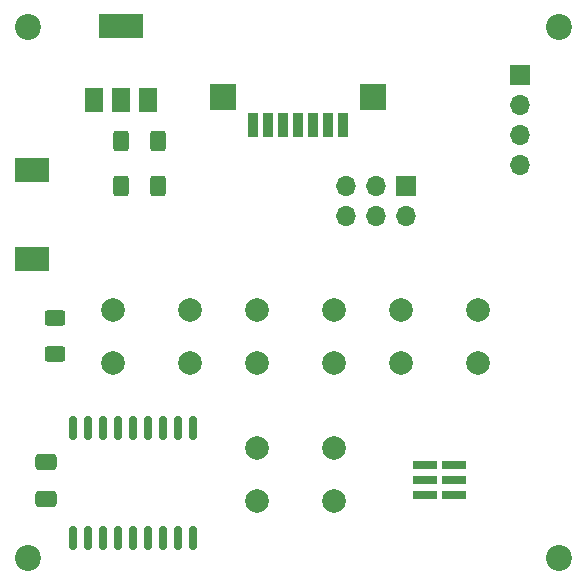
<source format=gbr>
%TF.GenerationSoftware,KiCad,Pcbnew,(6.0.5)*%
%TF.CreationDate,2023-01-02T12:27:37-06:00*%
%TF.ProjectId,remote,72656d6f-7465-42e6-9b69-6361645f7063,rev?*%
%TF.SameCoordinates,Original*%
%TF.FileFunction,Soldermask,Bot*%
%TF.FilePolarity,Negative*%
%FSLAX46Y46*%
G04 Gerber Fmt 4.6, Leading zero omitted, Abs format (unit mm)*
G04 Created by KiCad (PCBNEW (6.0.5)) date 2023-01-02 12:27:37*
%MOMM*%
%LPD*%
G01*
G04 APERTURE LIST*
G04 Aperture macros list*
%AMRoundRect*
0 Rectangle with rounded corners*
0 $1 Rounding radius*
0 $2 $3 $4 $5 $6 $7 $8 $9 X,Y pos of 4 corners*
0 Add a 4 corners polygon primitive as box body*
4,1,4,$2,$3,$4,$5,$6,$7,$8,$9,$2,$3,0*
0 Add four circle primitives for the rounded corners*
1,1,$1+$1,$2,$3*
1,1,$1+$1,$4,$5*
1,1,$1+$1,$6,$7*
1,1,$1+$1,$8,$9*
0 Add four rect primitives between the rounded corners*
20,1,$1+$1,$2,$3,$4,$5,0*
20,1,$1+$1,$4,$5,$6,$7,0*
20,1,$1+$1,$6,$7,$8,$9,0*
20,1,$1+$1,$8,$9,$2,$3,0*%
G04 Aperture macros list end*
%ADD10C,2.200000*%
%ADD11C,2.000000*%
%ADD12R,1.700000X1.700000*%
%ADD13O,1.700000X1.700000*%
%ADD14R,1.500000X2.000000*%
%ADD15R,3.800000X2.000000*%
%ADD16RoundRect,0.250000X-0.625000X0.400000X-0.625000X-0.400000X0.625000X-0.400000X0.625000X0.400000X0*%
%ADD17R,2.100000X0.750000*%
%ADD18RoundRect,0.250000X-0.650000X0.412500X-0.650000X-0.412500X0.650000X-0.412500X0.650000X0.412500X0*%
%ADD19R,3.000000X2.000000*%
%ADD20RoundRect,0.250000X-0.400000X-0.625000X0.400000X-0.625000X0.400000X0.625000X-0.400000X0.625000X0*%
%ADD21R,0.900000X2.000000*%
%ADD22R,2.300000X2.300000*%
%ADD23RoundRect,0.150000X-0.150000X0.875000X-0.150000X-0.875000X0.150000X-0.875000X0.150000X0.875000X0*%
G04 APERTURE END LIST*
D10*
%TO.C,H3*%
X102616000Y-38100000D03*
%TD*%
D11*
%TO.C,SW3*%
X140659000Y-62012000D03*
X134159000Y-62012000D03*
X140659000Y-66512000D03*
X134159000Y-66512000D03*
%TD*%
%TO.C,SW4*%
X121967000Y-73696000D03*
X128467000Y-73696000D03*
X128467000Y-78196000D03*
X121967000Y-78196000D03*
%TD*%
D10*
%TO.C,H1*%
X102616000Y-83058000D03*
%TD*%
%TO.C,H2*%
X147574000Y-83058000D03*
%TD*%
D11*
%TO.C,SW2*%
X109780000Y-62012000D03*
X116280000Y-62012000D03*
X109780000Y-66512000D03*
X116280000Y-66512000D03*
%TD*%
%TO.C,SW1*%
X121967000Y-62012000D03*
X128467000Y-62012000D03*
X128467000Y-66512000D03*
X121967000Y-66512000D03*
%TD*%
D12*
%TO.C,J3*%
X134605000Y-51557000D03*
D13*
X134605000Y-54097000D03*
X132065000Y-51557000D03*
X132065000Y-54097000D03*
X129525000Y-51557000D03*
X129525000Y-54097000D03*
%TD*%
D10*
%TO.C,H4*%
X147574000Y-38100000D03*
%TD*%
D12*
%TO.C,J2*%
X144272000Y-42164000D03*
D13*
X144272000Y-44704000D03*
X144272000Y-47244000D03*
X144272000Y-49784000D03*
%TD*%
D14*
%TO.C,U1*%
X112790000Y-44298000D03*
X110490000Y-44298000D03*
D15*
X110490000Y-37998000D03*
D14*
X108190000Y-44298000D03*
%TD*%
D16*
%TO.C,R3*%
X104902000Y-62712000D03*
X104902000Y-65812000D03*
%TD*%
D17*
%TO.C,J5*%
X136194800Y-75184000D03*
X138633200Y-75184000D03*
X136194800Y-76454000D03*
X138633200Y-76454000D03*
X136194800Y-77724000D03*
X138633200Y-77724000D03*
%TD*%
D18*
%TO.C,C1*%
X104140000Y-74891500D03*
X104140000Y-78016500D03*
%TD*%
D19*
%TO.C,BZ1*%
X102906300Y-50190550D03*
X102918900Y-57774550D03*
%TD*%
D20*
%TO.C,R2*%
X110464000Y-51562000D03*
X113564000Y-51562000D03*
%TD*%
%TO.C,R1*%
X110464000Y-47752000D03*
X113564000Y-47752000D03*
%TD*%
D21*
%TO.C,J1*%
X129278000Y-46382000D03*
X128008000Y-46382000D03*
X126738000Y-46382000D03*
X125468000Y-46382000D03*
X124198000Y-46382000D03*
X122928000Y-46382000D03*
X121658000Y-46382000D03*
D22*
X119098000Y-44022000D03*
X131838000Y-44022000D03*
%TD*%
D23*
%TO.C,U2*%
X106426000Y-72058000D03*
X107696000Y-72058000D03*
X108966000Y-72058000D03*
X110236000Y-72058000D03*
X111506000Y-72058000D03*
X112776000Y-72058000D03*
X114046000Y-72058000D03*
X115316000Y-72058000D03*
X116586000Y-72058000D03*
X116586000Y-81358000D03*
X115316000Y-81358000D03*
X114046000Y-81358000D03*
X112776000Y-81358000D03*
X111506000Y-81358000D03*
X110236000Y-81358000D03*
X108966000Y-81358000D03*
X107696000Y-81358000D03*
X106426000Y-81358000D03*
%TD*%
M02*

</source>
